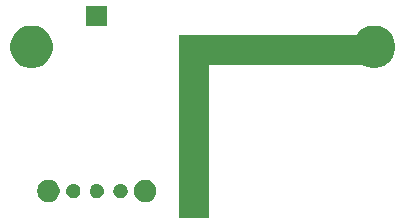
<source format=gts>
G04 #@! TF.GenerationSoftware,KiCad,Pcbnew,(5.1.0)-1*
G04 #@! TF.CreationDate,2019-09-23T14:02:08-04:00*
G04 #@! TF.ProjectId,RGBMount,5247424d-6f75-46e7-942e-6b696361645f,rev?*
G04 #@! TF.SameCoordinates,Original*
G04 #@! TF.FileFunction,Soldermask,Top*
G04 #@! TF.FilePolarity,Negative*
%FSLAX46Y46*%
G04 Gerber Fmt 4.6, Leading zero omitted, Abs format (unit mm)*
G04 Created by KiCad (PCBNEW (5.1.0)-1) date 2019-09-23 14:02:08*
%MOMM*%
%LPD*%
G04 APERTURE LIST*
%ADD10C,0.100000*%
G04 APERTURE END LIST*
D10*
G36*
X129525331Y-96768211D02*
G01*
X129853092Y-96903974D01*
X130148070Y-97101072D01*
X130398928Y-97351930D01*
X130596026Y-97646908D01*
X130731789Y-97974669D01*
X130801000Y-98322616D01*
X130801000Y-98677384D01*
X130731789Y-99025331D01*
X130596026Y-99353092D01*
X130398928Y-99648070D01*
X130148070Y-99898928D01*
X129853092Y-100096026D01*
X129525331Y-100231789D01*
X129177384Y-100301000D01*
X128822616Y-100301000D01*
X128474669Y-100231789D01*
X128146908Y-100096026D01*
X128034722Y-100021066D01*
X128013111Y-100009515D01*
X127989662Y-100002402D01*
X127965276Y-100000000D01*
X115124999Y-100000000D01*
X115100613Y-100002402D01*
X115077164Y-100009515D01*
X115055553Y-100021066D01*
X115036611Y-100036611D01*
X115021066Y-100055553D01*
X115009515Y-100077164D01*
X115002402Y-100100613D01*
X115000000Y-100124999D01*
X115000000Y-113000000D01*
X112500000Y-113000000D01*
X112500000Y-97500000D01*
X127435321Y-97500000D01*
X127459707Y-97497598D01*
X127483156Y-97490485D01*
X127504767Y-97478934D01*
X127523709Y-97463389D01*
X127539254Y-97444447D01*
X127601072Y-97351930D01*
X127851930Y-97101072D01*
X128146908Y-96903974D01*
X128474669Y-96768211D01*
X128822616Y-96699000D01*
X129177384Y-96699000D01*
X129525331Y-96768211D01*
X129525331Y-96768211D01*
G37*
G36*
X109907395Y-109785546D02*
G01*
X110080466Y-109857234D01*
X110080467Y-109857235D01*
X110236227Y-109961310D01*
X110368690Y-110093773D01*
X110387615Y-110122096D01*
X110472766Y-110249534D01*
X110544454Y-110422605D01*
X110581000Y-110606333D01*
X110581000Y-110793667D01*
X110544454Y-110977395D01*
X110472766Y-111150466D01*
X110472765Y-111150467D01*
X110368690Y-111306227D01*
X110236227Y-111438690D01*
X110157818Y-111491081D01*
X110080466Y-111542766D01*
X109907395Y-111614454D01*
X109723667Y-111651000D01*
X109536333Y-111651000D01*
X109352605Y-111614454D01*
X109179534Y-111542766D01*
X109102182Y-111491081D01*
X109023773Y-111438690D01*
X108891310Y-111306227D01*
X108787235Y-111150467D01*
X108787234Y-111150466D01*
X108715546Y-110977395D01*
X108679000Y-110793667D01*
X108679000Y-110606333D01*
X108715546Y-110422605D01*
X108787234Y-110249534D01*
X108872385Y-110122096D01*
X108891310Y-110093773D01*
X109023773Y-109961310D01*
X109179533Y-109857235D01*
X109179534Y-109857234D01*
X109352605Y-109785546D01*
X109536333Y-109749000D01*
X109723667Y-109749000D01*
X109907395Y-109785546D01*
X109907395Y-109785546D01*
G37*
G36*
X101707395Y-109785546D02*
G01*
X101880466Y-109857234D01*
X101880467Y-109857235D01*
X102036227Y-109961310D01*
X102168690Y-110093773D01*
X102187615Y-110122096D01*
X102272766Y-110249534D01*
X102344454Y-110422605D01*
X102381000Y-110606333D01*
X102381000Y-110793667D01*
X102344454Y-110977395D01*
X102272766Y-111150466D01*
X102272765Y-111150467D01*
X102168690Y-111306227D01*
X102036227Y-111438690D01*
X101957818Y-111491081D01*
X101880466Y-111542766D01*
X101707395Y-111614454D01*
X101523667Y-111651000D01*
X101336333Y-111651000D01*
X101152605Y-111614454D01*
X100979534Y-111542766D01*
X100902182Y-111491081D01*
X100823773Y-111438690D01*
X100691310Y-111306227D01*
X100587235Y-111150467D01*
X100587234Y-111150466D01*
X100515546Y-110977395D01*
X100479000Y-110793667D01*
X100479000Y-110606333D01*
X100515546Y-110422605D01*
X100587234Y-110249534D01*
X100672385Y-110122096D01*
X100691310Y-110093773D01*
X100823773Y-109961310D01*
X100979533Y-109857235D01*
X100979534Y-109857234D01*
X101152605Y-109785546D01*
X101336333Y-109749000D01*
X101523667Y-109749000D01*
X101707395Y-109785546D01*
X101707395Y-109785546D01*
G37*
G36*
X107666601Y-110114397D02*
G01*
X107705305Y-110122096D01*
X107737340Y-110135365D01*
X107814680Y-110167400D01*
X107913115Y-110233173D01*
X107996827Y-110316885D01*
X108062600Y-110415320D01*
X108107904Y-110524696D01*
X108131000Y-110640805D01*
X108131000Y-110759195D01*
X108107904Y-110875304D01*
X108062600Y-110984680D01*
X107996827Y-111083115D01*
X107913115Y-111166827D01*
X107814680Y-111232600D01*
X107737340Y-111264635D01*
X107705305Y-111277904D01*
X107666601Y-111285603D01*
X107589195Y-111301000D01*
X107470805Y-111301000D01*
X107393399Y-111285603D01*
X107354695Y-111277904D01*
X107322660Y-111264635D01*
X107245320Y-111232600D01*
X107146885Y-111166827D01*
X107063173Y-111083115D01*
X106997400Y-110984680D01*
X106952096Y-110875304D01*
X106929000Y-110759195D01*
X106929000Y-110640805D01*
X106952096Y-110524696D01*
X106997400Y-110415320D01*
X107063173Y-110316885D01*
X107146885Y-110233173D01*
X107245320Y-110167400D01*
X107322660Y-110135365D01*
X107354695Y-110122096D01*
X107393399Y-110114397D01*
X107470805Y-110099000D01*
X107589195Y-110099000D01*
X107666601Y-110114397D01*
X107666601Y-110114397D01*
G37*
G36*
X105666601Y-110114397D02*
G01*
X105705305Y-110122096D01*
X105737340Y-110135365D01*
X105814680Y-110167400D01*
X105913115Y-110233173D01*
X105996827Y-110316885D01*
X106062600Y-110415320D01*
X106107904Y-110524696D01*
X106131000Y-110640805D01*
X106131000Y-110759195D01*
X106107904Y-110875304D01*
X106062600Y-110984680D01*
X105996827Y-111083115D01*
X105913115Y-111166827D01*
X105814680Y-111232600D01*
X105737340Y-111264635D01*
X105705305Y-111277904D01*
X105666601Y-111285603D01*
X105589195Y-111301000D01*
X105470805Y-111301000D01*
X105393399Y-111285603D01*
X105354695Y-111277904D01*
X105322660Y-111264635D01*
X105245320Y-111232600D01*
X105146885Y-111166827D01*
X105063173Y-111083115D01*
X104997400Y-110984680D01*
X104952096Y-110875304D01*
X104929000Y-110759195D01*
X104929000Y-110640805D01*
X104952096Y-110524696D01*
X104997400Y-110415320D01*
X105063173Y-110316885D01*
X105146885Y-110233173D01*
X105245320Y-110167400D01*
X105322660Y-110135365D01*
X105354695Y-110122096D01*
X105393399Y-110114397D01*
X105470805Y-110099000D01*
X105589195Y-110099000D01*
X105666601Y-110114397D01*
X105666601Y-110114397D01*
G37*
G36*
X103666601Y-110114397D02*
G01*
X103705305Y-110122096D01*
X103737340Y-110135365D01*
X103814680Y-110167400D01*
X103913115Y-110233173D01*
X103996827Y-110316885D01*
X104062600Y-110415320D01*
X104107904Y-110524696D01*
X104131000Y-110640805D01*
X104131000Y-110759195D01*
X104107904Y-110875304D01*
X104062600Y-110984680D01*
X103996827Y-111083115D01*
X103913115Y-111166827D01*
X103814680Y-111232600D01*
X103737340Y-111264635D01*
X103705305Y-111277904D01*
X103666601Y-111285603D01*
X103589195Y-111301000D01*
X103470805Y-111301000D01*
X103393399Y-111285603D01*
X103354695Y-111277904D01*
X103322660Y-111264635D01*
X103245320Y-111232600D01*
X103146885Y-111166827D01*
X103063173Y-111083115D01*
X102997400Y-110984680D01*
X102952096Y-110875304D01*
X102929000Y-110759195D01*
X102929000Y-110640805D01*
X102952096Y-110524696D01*
X102997400Y-110415320D01*
X103063173Y-110316885D01*
X103146885Y-110233173D01*
X103245320Y-110167400D01*
X103322660Y-110135365D01*
X103354695Y-110122096D01*
X103393399Y-110114397D01*
X103470805Y-110099000D01*
X103589195Y-110099000D01*
X103666601Y-110114397D01*
X103666601Y-110114397D01*
G37*
G36*
X100525331Y-96768211D02*
G01*
X100853092Y-96903974D01*
X101148070Y-97101072D01*
X101398928Y-97351930D01*
X101596026Y-97646908D01*
X101731789Y-97974669D01*
X101801000Y-98322616D01*
X101801000Y-98677384D01*
X101731789Y-99025331D01*
X101596026Y-99353092D01*
X101398928Y-99648070D01*
X101148070Y-99898928D01*
X100853092Y-100096026D01*
X100525331Y-100231789D01*
X100177384Y-100301000D01*
X99822616Y-100301000D01*
X99474669Y-100231789D01*
X99146908Y-100096026D01*
X98851930Y-99898928D01*
X98601072Y-99648070D01*
X98403974Y-99353092D01*
X98268211Y-99025331D01*
X98199000Y-98677384D01*
X98199000Y-98322616D01*
X98268211Y-97974669D01*
X98403974Y-97646908D01*
X98601072Y-97351930D01*
X98851930Y-97101072D01*
X99146908Y-96903974D01*
X99474669Y-96768211D01*
X99822616Y-96699000D01*
X100177384Y-96699000D01*
X100525331Y-96768211D01*
X100525331Y-96768211D01*
G37*
G36*
X106376000Y-96776000D02*
G01*
X104624000Y-96776000D01*
X104624000Y-95024000D01*
X106376000Y-95024000D01*
X106376000Y-96776000D01*
X106376000Y-96776000D01*
G37*
M02*

</source>
